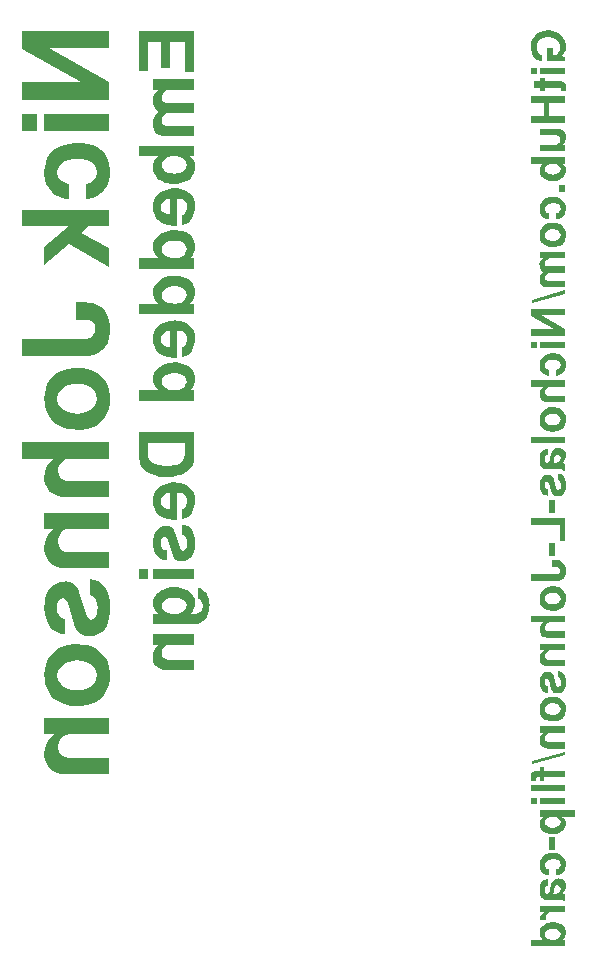
<source format=gbr>
G04 #@! TF.GenerationSoftware,KiCad,Pcbnew,8.0.7*
G04 #@! TF.CreationDate,2025-08-10T23:19:55-04:00*
G04 #@! TF.ProjectId,RP2350_60QFN_minimal,52503233-3530-45f3-9630-51464e5f6d69,REV3*
G04 #@! TF.SameCoordinates,Original*
G04 #@! TF.FileFunction,Legend,Bot*
G04 #@! TF.FilePolarity,Positive*
%FSLAX46Y46*%
G04 Gerber Fmt 4.6, Leading zero omitted, Abs format (unit mm)*
G04 Created by KiCad (PCBNEW 8.0.7) date 2025-08-10 23:19:55*
%MOMM*%
%LPD*%
G01*
G04 APERTURE LIST*
%ADD10C,0.900000*%
%ADD11C,0.620000*%
%ADD12C,1.400000*%
G04 APERTURE END LIST*
D10*
G36*
X16540425Y-4972009D02*
G01*
X16540425Y-7171294D01*
X15753475Y-7171294D01*
X15753475Y-4972009D01*
X14655481Y-4972009D01*
X14655481Y-7347149D01*
X13867431Y-7347149D01*
X13867431Y-4026789D01*
X18580341Y-4026789D01*
X18580341Y-7461454D01*
X17793391Y-7461454D01*
X17793391Y-4972009D01*
X16540425Y-4972009D01*
G37*
G36*
X15063244Y-8105523D02*
G01*
X18580341Y-8105523D01*
X18580341Y-8988094D01*
X16470083Y-8988094D01*
X16227179Y-9019815D01*
X16011760Y-9129644D01*
X15871264Y-9311240D01*
X15814656Y-9557596D01*
X15813925Y-9592595D01*
X15853569Y-9814341D01*
X16000255Y-9998423D01*
X16213849Y-10069678D01*
X16264553Y-10071800D01*
X18580341Y-10071800D01*
X18580341Y-10954371D01*
X16496461Y-10954371D01*
X16275525Y-10977758D01*
X16067296Y-11061461D01*
X15901480Y-11225773D01*
X15820633Y-11456596D01*
X15813925Y-11558872D01*
X15853569Y-11779927D01*
X16000255Y-11963659D01*
X16213849Y-12034857D01*
X16264553Y-12036978D01*
X18580341Y-12036978D01*
X18580341Y-12919549D01*
X16122770Y-12919549D01*
X15885383Y-12900888D01*
X15627205Y-12826640D01*
X15414308Y-12698513D01*
X15249309Y-12519399D01*
X15134823Y-12292191D01*
X15081362Y-12077741D01*
X15063244Y-11835844D01*
X15079567Y-11605434D01*
X15141657Y-11367682D01*
X15253063Y-11157068D01*
X15416892Y-10966966D01*
X15567728Y-10840066D01*
X15377320Y-10708328D01*
X15229256Y-10531969D01*
X15126436Y-10316854D01*
X15071758Y-10068853D01*
X15063244Y-9914630D01*
X15053111Y-9676028D01*
X15109214Y-9438069D01*
X15220627Y-9247689D01*
X15393101Y-9062240D01*
X15486395Y-8981500D01*
X15063244Y-8981500D01*
X15063244Y-8105523D01*
G37*
G36*
X18580341Y-14582477D02*
G01*
X18228632Y-14582477D01*
X18386480Y-14735466D01*
X18525026Y-14943187D01*
X18606147Y-15157119D01*
X18646580Y-15404263D01*
X18650683Y-15521102D01*
X18630716Y-15744345D01*
X18545129Y-16022346D01*
X18397820Y-16273352D01*
X18250553Y-16440914D01*
X18074655Y-16588422D01*
X17872732Y-16713790D01*
X17647393Y-16814930D01*
X17401247Y-16889756D01*
X17136901Y-16936182D01*
X16856964Y-16952121D01*
X16600641Y-16937841D01*
X16348578Y-16896305D01*
X16106426Y-16829470D01*
X15879836Y-16739292D01*
X15674460Y-16627726D01*
X15611692Y-16586123D01*
X15437005Y-16437009D01*
X15291328Y-16256582D01*
X15178397Y-16052015D01*
X15101953Y-15830480D01*
X15065733Y-15599149D01*
X15063244Y-15521102D01*
X15077679Y-15326563D01*
X15800736Y-15326563D01*
X15845227Y-15556343D01*
X15972123Y-15752433D01*
X16171556Y-15907575D01*
X16386042Y-16000342D01*
X16638337Y-16055431D01*
X16863558Y-16069549D01*
X17086367Y-16055701D01*
X17335870Y-16001467D01*
X17547904Y-15909705D01*
X17744990Y-15755331D01*
X17870350Y-15558791D01*
X17914291Y-15326563D01*
X17871357Y-15091784D01*
X17747482Y-14894548D01*
X17550056Y-14740638D01*
X17334681Y-14649646D01*
X17077637Y-14596102D01*
X16844874Y-14582477D01*
X16622348Y-14596327D01*
X16373834Y-14650583D01*
X16163210Y-14742413D01*
X15967950Y-14896963D01*
X15844068Y-15093824D01*
X15800736Y-15326563D01*
X15077679Y-15326563D01*
X15080089Y-15294083D01*
X15143154Y-15061544D01*
X15254351Y-14860917D01*
X15415131Y-14689163D01*
X15561133Y-14582477D01*
X13867431Y-14582477D01*
X13867431Y-13701004D01*
X18580341Y-13701004D01*
X18580341Y-14582477D01*
G37*
G36*
X17204883Y-17330233D02*
G01*
X17472081Y-17375752D01*
X17715493Y-17450301D01*
X17933804Y-17552805D01*
X18125701Y-17682188D01*
X18289867Y-17837374D01*
X18424988Y-18017287D01*
X18529749Y-18220852D01*
X18602835Y-18446992D01*
X18642930Y-18694631D01*
X18650683Y-18871137D01*
X18631016Y-19149471D01*
X18573506Y-19411049D01*
X18480397Y-19652611D01*
X18353928Y-19870899D01*
X18196342Y-20062654D01*
X18009878Y-20224618D01*
X17796778Y-20353532D01*
X17559284Y-20446137D01*
X17559284Y-19576755D01*
X17754790Y-19454616D01*
X17892264Y-19275341D01*
X17965837Y-19047000D01*
X17976939Y-18901912D01*
X17947087Y-18681279D01*
X17848871Y-18478059D01*
X17687878Y-18322690D01*
X17484116Y-18237312D01*
X17263299Y-18205792D01*
X17103161Y-18196294D01*
X17103161Y-20476912D01*
X16952585Y-20483506D01*
X16702387Y-20474336D01*
X16466099Y-20448060D01*
X16248565Y-20406535D01*
X16054626Y-20351615D01*
X15834368Y-20251658D01*
X15638671Y-20123828D01*
X15469018Y-19970238D01*
X15326889Y-19793001D01*
X15213766Y-19594228D01*
X15131131Y-19376033D01*
X15080463Y-19140526D01*
X15063244Y-18889822D01*
X15064162Y-18876632D01*
X15738087Y-18876632D01*
X15776814Y-19117499D01*
X15891384Y-19309346D01*
X16079380Y-19450170D01*
X16297130Y-19528750D01*
X16517344Y-19563565D01*
X16517344Y-18209483D01*
X16290895Y-18247850D01*
X16071082Y-18325910D01*
X15885349Y-18461348D01*
X15764981Y-18674980D01*
X15738087Y-18876632D01*
X15064162Y-18876632D01*
X15081658Y-18625192D01*
X15136013Y-18381641D01*
X15224985Y-18160248D01*
X15347248Y-17962095D01*
X15501476Y-17788264D01*
X15686343Y-17639835D01*
X15900523Y-17517891D01*
X16142691Y-17423512D01*
X16411520Y-17357779D01*
X16705685Y-17321775D01*
X16915216Y-17314822D01*
X17204883Y-17330233D01*
G37*
G36*
X17116515Y-20868247D02*
G01*
X17377166Y-20905335D01*
X17628601Y-20967969D01*
X17864908Y-21054150D01*
X18080177Y-21161877D01*
X18178073Y-21223196D01*
X18342121Y-21400523D01*
X18462505Y-21585672D01*
X18557929Y-21793714D01*
X18622439Y-22017348D01*
X18650079Y-22249270D01*
X18650683Y-22288217D01*
X18634542Y-22515079D01*
X18573478Y-22746308D01*
X18464567Y-22945794D01*
X18305325Y-23118023D01*
X18159389Y-23226842D01*
X18580341Y-23226842D01*
X18580341Y-24109413D01*
X13867431Y-24109413D01*
X13867431Y-23226842D01*
X15561133Y-23226842D01*
X15364050Y-23071334D01*
X15217585Y-22891775D01*
X15120287Y-22683678D01*
X15079200Y-22483855D01*
X15800736Y-22483855D01*
X15845618Y-22718533D01*
X15974790Y-22915522D01*
X16180033Y-23069128D01*
X16403253Y-23159884D01*
X16668841Y-23213264D01*
X16908621Y-23226842D01*
X17168265Y-23205329D01*
X17399019Y-23143290D01*
X17629077Y-23020625D01*
X17797929Y-22851476D01*
X17894881Y-22642320D01*
X17914291Y-22483855D01*
X17870350Y-22251117D01*
X17744990Y-22054256D01*
X17547904Y-21899705D01*
X17335870Y-21807876D01*
X17086367Y-21753620D01*
X16863558Y-21739769D01*
X16636759Y-21753620D01*
X16383646Y-21807876D01*
X16169274Y-21899705D01*
X15970674Y-22054256D01*
X15844756Y-22251117D01*
X15800736Y-22483855D01*
X15079200Y-22483855D01*
X15070708Y-22442555D01*
X15063244Y-22288217D01*
X15083454Y-22065255D01*
X15170200Y-21787547D01*
X15319760Y-21536755D01*
X15469528Y-21369308D01*
X15648695Y-21221882D01*
X15854720Y-21096570D01*
X16085059Y-20995464D01*
X16337169Y-20920654D01*
X16608508Y-20874235D01*
X16896531Y-20858297D01*
X17116515Y-20868247D01*
G37*
G36*
X17116515Y-24715072D02*
G01*
X17377166Y-24752160D01*
X17628601Y-24814794D01*
X17864908Y-24900975D01*
X18080177Y-25008702D01*
X18178073Y-25070020D01*
X18342121Y-25247348D01*
X18462505Y-25432496D01*
X18557929Y-25640539D01*
X18622439Y-25864173D01*
X18650079Y-26096095D01*
X18650683Y-26135041D01*
X18634542Y-26361904D01*
X18573478Y-26593133D01*
X18464567Y-26792619D01*
X18305325Y-26964848D01*
X18159389Y-27073667D01*
X18580341Y-27073667D01*
X18580341Y-27956238D01*
X13867431Y-27956238D01*
X13867431Y-27073667D01*
X15561133Y-27073667D01*
X15364050Y-26918159D01*
X15217585Y-26738600D01*
X15120287Y-26530503D01*
X15079200Y-26330680D01*
X15800736Y-26330680D01*
X15845618Y-26565357D01*
X15974790Y-26762346D01*
X16180033Y-26915952D01*
X16403253Y-27006709D01*
X16668841Y-27060089D01*
X16908621Y-27073667D01*
X17168265Y-27052154D01*
X17399019Y-26990114D01*
X17629077Y-26867449D01*
X17797929Y-26698300D01*
X17894881Y-26489145D01*
X17914291Y-26330680D01*
X17870350Y-26097942D01*
X17744990Y-25901081D01*
X17547904Y-25746530D01*
X17335870Y-25654701D01*
X17086367Y-25600444D01*
X16863558Y-25586594D01*
X16636759Y-25600444D01*
X16383646Y-25654701D01*
X16169274Y-25746530D01*
X15970674Y-25901081D01*
X15844756Y-26097942D01*
X15800736Y-26330680D01*
X15079200Y-26330680D01*
X15070708Y-26289380D01*
X15063244Y-26135041D01*
X15083454Y-25912080D01*
X15170200Y-25634372D01*
X15319760Y-25383580D01*
X15469528Y-25216133D01*
X15648695Y-25068707D01*
X15854720Y-24943395D01*
X16085059Y-24842288D01*
X16337169Y-24767479D01*
X16608508Y-24721060D01*
X16896531Y-24705122D01*
X17116515Y-24715072D01*
G37*
G36*
X17204883Y-28523395D02*
G01*
X17472081Y-28568913D01*
X17715493Y-28643462D01*
X17933804Y-28745966D01*
X18125701Y-28875349D01*
X18289867Y-29030535D01*
X18424988Y-29210449D01*
X18529749Y-29414013D01*
X18602835Y-29640153D01*
X18642930Y-29887792D01*
X18650683Y-30064298D01*
X18631016Y-30342633D01*
X18573506Y-30604210D01*
X18480397Y-30845772D01*
X18353928Y-31064060D01*
X18196342Y-31255816D01*
X18009878Y-31417779D01*
X17796778Y-31546693D01*
X17559284Y-31639298D01*
X17559284Y-30769916D01*
X17754790Y-30647777D01*
X17892264Y-30468502D01*
X17965837Y-30240161D01*
X17976939Y-30095073D01*
X17947087Y-29874440D01*
X17848871Y-29671220D01*
X17687878Y-29515851D01*
X17484116Y-29430473D01*
X17263299Y-29398953D01*
X17103161Y-29389455D01*
X17103161Y-31670073D01*
X16952585Y-31676667D01*
X16702387Y-31667497D01*
X16466099Y-31641222D01*
X16248565Y-31599696D01*
X16054626Y-31544776D01*
X15834368Y-31444819D01*
X15638671Y-31316989D01*
X15469018Y-31163400D01*
X15326889Y-30986162D01*
X15213766Y-30787390D01*
X15131131Y-30569194D01*
X15080463Y-30333688D01*
X15063244Y-30082983D01*
X15064162Y-30069794D01*
X15738087Y-30069794D01*
X15776814Y-30310660D01*
X15891384Y-30502507D01*
X16079380Y-30643331D01*
X16297130Y-30721911D01*
X16517344Y-30756727D01*
X16517344Y-29402644D01*
X16290895Y-29441011D01*
X16071082Y-29519071D01*
X15885349Y-29654509D01*
X15764981Y-29868141D01*
X15738087Y-30069794D01*
X15064162Y-30069794D01*
X15081658Y-29818354D01*
X15136013Y-29574802D01*
X15224985Y-29353409D01*
X15347248Y-29155256D01*
X15501476Y-28981425D01*
X15686343Y-28832996D01*
X15900523Y-28711052D01*
X16142691Y-28616673D01*
X16411520Y-28550940D01*
X16705685Y-28514936D01*
X16915216Y-28507983D01*
X17204883Y-28523395D01*
G37*
G36*
X17116515Y-32061408D02*
G01*
X17377166Y-32098496D01*
X17628601Y-32161131D01*
X17864908Y-32247311D01*
X18080177Y-32355038D01*
X18178073Y-32416357D01*
X18342121Y-32593685D01*
X18462505Y-32778833D01*
X18557929Y-32986875D01*
X18622439Y-33210509D01*
X18650079Y-33442431D01*
X18650683Y-33481378D01*
X18634542Y-33708240D01*
X18573478Y-33939469D01*
X18464567Y-34138955D01*
X18305325Y-34311184D01*
X18159389Y-34420003D01*
X18580341Y-34420003D01*
X18580341Y-35302575D01*
X13867431Y-35302575D01*
X13867431Y-34420003D01*
X15561133Y-34420003D01*
X15364050Y-34264496D01*
X15217585Y-34084937D01*
X15120287Y-33876839D01*
X15079200Y-33677016D01*
X15800736Y-33677016D01*
X15845618Y-33911694D01*
X15974790Y-34108683D01*
X16180033Y-34262289D01*
X16403253Y-34353046D01*
X16668841Y-34406425D01*
X16908621Y-34420003D01*
X17168265Y-34398490D01*
X17399019Y-34336451D01*
X17629077Y-34213786D01*
X17797929Y-34044637D01*
X17894881Y-33835481D01*
X17914291Y-33677016D01*
X17870350Y-33444278D01*
X17744990Y-33247417D01*
X17547904Y-33092867D01*
X17335870Y-33001037D01*
X17086367Y-32946781D01*
X16863558Y-32932930D01*
X16636759Y-32946781D01*
X16383646Y-33001037D01*
X16169274Y-33092867D01*
X15970674Y-33247417D01*
X15844756Y-33444278D01*
X15800736Y-33677016D01*
X15079200Y-33677016D01*
X15070708Y-33635717D01*
X15063244Y-33481378D01*
X15083454Y-33258416D01*
X15170200Y-32980708D01*
X15319760Y-32729917D01*
X15469528Y-32562469D01*
X15648695Y-32415044D01*
X15854720Y-32289731D01*
X16085059Y-32188625D01*
X16337169Y-32113816D01*
X16608508Y-32067396D01*
X16896531Y-32051458D01*
X17116515Y-32061408D01*
G37*
G36*
X18580341Y-39746207D02*
G01*
X18572579Y-39996493D01*
X18548949Y-40224123D01*
X18496311Y-40479175D01*
X18417068Y-40704307D01*
X18310214Y-40902561D01*
X18174742Y-41076983D01*
X18045083Y-41201406D01*
X17826320Y-41357688D01*
X17631089Y-41464869D01*
X17419181Y-41555812D01*
X17191795Y-41630168D01*
X16950128Y-41687591D01*
X16695378Y-41727732D01*
X16428743Y-41750243D01*
X16221688Y-41755348D01*
X15948727Y-41746287D01*
X15686224Y-41719336D01*
X15435365Y-41674842D01*
X15197334Y-41613153D01*
X14973316Y-41534618D01*
X14764497Y-41439582D01*
X14572062Y-41328396D01*
X14397194Y-41201406D01*
X14238464Y-41044267D01*
X14087446Y-40827824D01*
X13993003Y-40620123D01*
X13925769Y-40383844D01*
X13884486Y-40115491D01*
X13869300Y-39875366D01*
X13867431Y-39746207D01*
X14655481Y-39746207D01*
X14679786Y-39996089D01*
X14752854Y-40212445D01*
X14874917Y-40395339D01*
X15046209Y-40544835D01*
X15266959Y-40660998D01*
X15537400Y-40743891D01*
X15772980Y-40784267D01*
X16036740Y-40805993D01*
X16228283Y-40810129D01*
X16508916Y-40800821D01*
X16761672Y-40772882D01*
X16986610Y-40726283D01*
X17243361Y-40635078D01*
X17450906Y-40510589D01*
X17609389Y-40352749D01*
X17718950Y-40161496D01*
X17779731Y-39936764D01*
X17793391Y-39746207D01*
X17793391Y-38895509D01*
X14655481Y-38895509D01*
X14655481Y-39746207D01*
X13867431Y-39746207D01*
X13867431Y-37950289D01*
X18580341Y-37950289D01*
X18580341Y-39746207D01*
G37*
G36*
X17204883Y-42231280D02*
G01*
X17472081Y-42276799D01*
X17715493Y-42351348D01*
X17933804Y-42453852D01*
X18125701Y-42583235D01*
X18289867Y-42738421D01*
X18424988Y-42918334D01*
X18529749Y-43121899D01*
X18602835Y-43348038D01*
X18642930Y-43595678D01*
X18650683Y-43772184D01*
X18631016Y-44050518D01*
X18573506Y-44312096D01*
X18480397Y-44553658D01*
X18353928Y-44771946D01*
X18196342Y-44963701D01*
X18009878Y-45125665D01*
X17796778Y-45254579D01*
X17559284Y-45347184D01*
X17559284Y-44477801D01*
X17754790Y-44355662D01*
X17892264Y-44176388D01*
X17965837Y-43948046D01*
X17976939Y-43802958D01*
X17947087Y-43582325D01*
X17848871Y-43379106D01*
X17687878Y-43223736D01*
X17484116Y-43138359D01*
X17263299Y-43106839D01*
X17103161Y-43097341D01*
X17103161Y-45377958D01*
X16952585Y-45384553D01*
X16702387Y-45375382D01*
X16466099Y-45349107D01*
X16248565Y-45307582D01*
X16054626Y-45252662D01*
X15834368Y-45152704D01*
X15638671Y-45024875D01*
X15469018Y-44871285D01*
X15326889Y-44694048D01*
X15213766Y-44495275D01*
X15131131Y-44277079D01*
X15080463Y-44041573D01*
X15063244Y-43790868D01*
X15064162Y-43777679D01*
X15738087Y-43777679D01*
X15776814Y-44018546D01*
X15891384Y-44210393D01*
X16079380Y-44351217D01*
X16297130Y-44429797D01*
X16517344Y-44464612D01*
X16517344Y-43110530D01*
X16290895Y-43148897D01*
X16071082Y-43226957D01*
X15885349Y-43362395D01*
X15764981Y-43576027D01*
X15738087Y-43777679D01*
X15064162Y-43777679D01*
X15081658Y-43526239D01*
X15136013Y-43282687D01*
X15224985Y-43061294D01*
X15347248Y-42863142D01*
X15501476Y-42689310D01*
X15686343Y-42540882D01*
X15900523Y-42418937D01*
X16142691Y-42324558D01*
X16411520Y-42258826D01*
X16705685Y-42222822D01*
X16915216Y-42215868D01*
X17204883Y-42231280D01*
G37*
G36*
X16212896Y-48784047D02*
G01*
X15958383Y-48754423D01*
X15731871Y-48676061D01*
X15535189Y-48551125D01*
X15370166Y-48381779D01*
X15238631Y-48170186D01*
X15142413Y-47918511D01*
X15083342Y-47628918D01*
X15064515Y-47388140D01*
X15063244Y-47303569D01*
X15074577Y-47069717D01*
X15123896Y-46786557D01*
X15210436Y-46538363D01*
X15332147Y-46327570D01*
X15486983Y-46156611D01*
X15672894Y-46027921D01*
X15887835Y-45943934D01*
X16129755Y-45907085D01*
X16194211Y-45905523D01*
X16414062Y-45929310D01*
X16634861Y-46014488D01*
X16744856Y-46094567D01*
X16882145Y-46278455D01*
X16970841Y-46486031D01*
X17026224Y-46648510D01*
X17351556Y-47700341D01*
X17440117Y-47902396D01*
X17626329Y-47997096D01*
X17834942Y-47880801D01*
X17922889Y-47675141D01*
X17954987Y-47452672D01*
X17958255Y-47342037D01*
X17944740Y-47121931D01*
X17886685Y-46902232D01*
X17839553Y-46818869D01*
X17661154Y-46685542D01*
X17520816Y-46648510D01*
X17520816Y-45785722D01*
X17783630Y-45819605D01*
X18012196Y-45902020D01*
X18206270Y-46032554D01*
X18365606Y-46210796D01*
X18489960Y-46436333D01*
X18579088Y-46708754D01*
X18622669Y-46943588D01*
X18646193Y-47204389D01*
X18650683Y-47392595D01*
X18640120Y-47646025D01*
X18608373Y-47875982D01*
X18544443Y-48114828D01*
X18451423Y-48322236D01*
X18348433Y-48475202D01*
X18177867Y-48644874D01*
X17973917Y-48771682D01*
X17745649Y-48851092D01*
X17502131Y-48878569D01*
X17271987Y-48855334D01*
X17045039Y-48769217D01*
X16862446Y-48619091D01*
X16723796Y-48404472D01*
X16651434Y-48211420D01*
X16331598Y-47095840D01*
X16252154Y-46890411D01*
X16068914Y-46786995D01*
X15864360Y-46895114D01*
X15774092Y-47111699D01*
X15756772Y-47298073D01*
X15778311Y-47544404D01*
X15856096Y-47751551D01*
X16034140Y-47900585D01*
X16212896Y-47933349D01*
X16212896Y-48784047D01*
G37*
G36*
X15063244Y-50406308D02*
G01*
X15063244Y-49524836D01*
X18580341Y-49524836D01*
X18580341Y-50406308D01*
X15063244Y-50406308D01*
G37*
G36*
X13867431Y-50406308D02*
G01*
X13867431Y-49524836D01*
X14655481Y-49524836D01*
X14655481Y-50406308D01*
X13867431Y-50406308D01*
G37*
G36*
X17178480Y-51098811D02*
G01*
X17442695Y-51140923D01*
X17686109Y-51209324D01*
X17906756Y-51302552D01*
X18102669Y-51419144D01*
X18322010Y-51608421D01*
X18489220Y-51833172D01*
X18599635Y-52089933D01*
X18648593Y-52375240D01*
X18650683Y-52450621D01*
X18632228Y-52672407D01*
X18558513Y-52893557D01*
X18416522Y-53101067D01*
X18257598Y-53260827D01*
X18159389Y-53345282D01*
X18619909Y-53345282D01*
X18858914Y-53305477D01*
X19053326Y-53192827D01*
X19193897Y-53017480D01*
X19271375Y-52789581D01*
X19283761Y-52639665D01*
X19252829Y-52402779D01*
X19147721Y-52206897D01*
X18949585Y-52074905D01*
X18904574Y-52060443D01*
X18904574Y-51153691D01*
X19122031Y-51186434D01*
X19329126Y-51293510D01*
X19505673Y-51465276D01*
X19523363Y-51486716D01*
X19652012Y-51679311D01*
X19748325Y-51901104D01*
X19805510Y-52114820D01*
X19839598Y-52350647D01*
X19850893Y-52608890D01*
X19838585Y-52874789D01*
X19802279Y-53119112D01*
X19742897Y-53340859D01*
X19629423Y-53599677D01*
X19478758Y-53814214D01*
X19293091Y-53982099D01*
X19074613Y-54100963D01*
X18825513Y-54168436D01*
X18619909Y-54183890D01*
X15063244Y-54183890D01*
X15063244Y-53345282D01*
X15586413Y-53345282D01*
X15412018Y-53204234D01*
X15251617Y-53029456D01*
X15139230Y-52840054D01*
X15081196Y-52634169D01*
X15800736Y-52634169D01*
X15846952Y-52855286D01*
X15978035Y-53045917D01*
X16182641Y-53198062D01*
X16401124Y-53289680D01*
X16656218Y-53344389D01*
X16882243Y-53358471D01*
X17102671Y-53344904D01*
X17348556Y-53291636D01*
X17556707Y-53201217D01*
X17749453Y-53048493D01*
X17871604Y-52853110D01*
X17914291Y-52620980D01*
X17856524Y-52387015D01*
X17692610Y-52195247D01*
X17478303Y-52072045D01*
X17254443Y-52003224D01*
X16994901Y-51969063D01*
X16882243Y-51965921D01*
X16652747Y-51978361D01*
X16395854Y-52027091D01*
X16177620Y-52109566D01*
X15974847Y-52248368D01*
X15832302Y-52457917D01*
X15800736Y-52634169D01*
X15081196Y-52634169D01*
X15071795Y-52600816D01*
X15063244Y-52470404D01*
X15090790Y-52239818D01*
X15169856Y-52009747D01*
X15295084Y-51792659D01*
X15438314Y-51623158D01*
X15461116Y-51601022D01*
X15635849Y-51453427D01*
X15829866Y-51330233D01*
X16042489Y-51231693D01*
X16273039Y-51158057D01*
X16520835Y-51109578D01*
X16785200Y-51086506D01*
X16895432Y-51084448D01*
X17178480Y-51098811D01*
G37*
G36*
X15063244Y-55069759D02*
G01*
X18580341Y-55069759D01*
X18580341Y-55951231D01*
X16470083Y-55951231D01*
X16235103Y-55989749D01*
X16042990Y-56100333D01*
X15903477Y-56275528D01*
X15826296Y-56507879D01*
X15813925Y-56663443D01*
X15844250Y-56884425D01*
X15971507Y-57088792D01*
X16166785Y-57195129D01*
X16400156Y-57230021D01*
X16438210Y-57230575D01*
X18580341Y-57230575D01*
X18580341Y-58112048D01*
X16251364Y-58112048D01*
X15980682Y-58093052D01*
X15742999Y-58036743D01*
X15539268Y-57944138D01*
X15333800Y-57778890D01*
X15184732Y-57560508D01*
X15107337Y-57348881D01*
X15068183Y-57105537D01*
X15063244Y-56972288D01*
X15080987Y-56728620D01*
X15135636Y-56513207D01*
X15248880Y-56292616D01*
X15418639Y-56099459D01*
X15611692Y-55951231D01*
X15063244Y-55951231D01*
X15063244Y-55069759D01*
G37*
D11*
G36*
X48408108Y-6572700D02*
G01*
X48408108Y-5427885D01*
X48898450Y-5427885D01*
X48898450Y-6078939D01*
X49042889Y-6053503D01*
X49169295Y-6000099D01*
X49254752Y-5938060D01*
X49356250Y-5834740D01*
X49435898Y-5713676D01*
X49491678Y-5579505D01*
X49521570Y-5436867D01*
X49526252Y-5353342D01*
X49507448Y-5181067D01*
X49452885Y-5024300D01*
X49365335Y-4885340D01*
X49247571Y-4766488D01*
X49102367Y-4670043D01*
X48977124Y-4613799D01*
X48839175Y-4572423D01*
X48689690Y-4546886D01*
X48529839Y-4538157D01*
X48365107Y-4545942D01*
X48213699Y-4568983D01*
X48076243Y-4606815D01*
X47915759Y-4679460D01*
X47782687Y-4776463D01*
X47678519Y-4896720D01*
X47604745Y-5039124D01*
X47562855Y-5202570D01*
X47553258Y-5338297D01*
X47564094Y-5485064D01*
X47596343Y-5618944D01*
X47657741Y-5752799D01*
X47723545Y-5843684D01*
X47827738Y-5938254D01*
X47954497Y-6001184D01*
X48005987Y-6020125D01*
X48005987Y-6572700D01*
X47847009Y-6542303D01*
X47700247Y-6491379D01*
X47566448Y-6420895D01*
X47446358Y-6331817D01*
X47340726Y-6225113D01*
X47250298Y-6101750D01*
X47175821Y-5962694D01*
X47118044Y-5808913D01*
X47077712Y-5641374D01*
X47055573Y-5461043D01*
X47051290Y-5334194D01*
X47058318Y-5182958D01*
X47079074Y-5038314D01*
X47113073Y-4900699D01*
X47159824Y-4770548D01*
X47252798Y-4590276D01*
X47371723Y-4429257D01*
X47514953Y-4288966D01*
X47680841Y-4170877D01*
X47803208Y-4105213D01*
X47934425Y-4050508D01*
X48074006Y-4007200D01*
X48221461Y-3975725D01*
X48376304Y-3956520D01*
X48538046Y-3950021D01*
X48696550Y-3956553D01*
X48849053Y-3975801D01*
X48994973Y-4007241D01*
X49133726Y-4050348D01*
X49264730Y-4104599D01*
X49387400Y-4169470D01*
X49554507Y-4285543D01*
X49699585Y-4422563D01*
X49820667Y-4578762D01*
X49915786Y-4752372D01*
X49982973Y-4941625D01*
X50011275Y-5075611D01*
X50025705Y-5215240D01*
X50027536Y-5287006D01*
X50021031Y-5425405D01*
X49994014Y-5583365D01*
X49944988Y-5726470D01*
X49872859Y-5856709D01*
X49776531Y-5976069D01*
X49654908Y-6086538D01*
X49569337Y-6149379D01*
X49945471Y-6219818D01*
X49945471Y-6572700D01*
X48408108Y-6572700D01*
G37*
G36*
X47795352Y-7644340D02*
G01*
X47795352Y-7095869D01*
X49983768Y-7095869D01*
X49983768Y-7644340D01*
X47795352Y-7644340D01*
G37*
G36*
X47051290Y-7644340D02*
G01*
X47051290Y-7095869D01*
X47541632Y-7095869D01*
X47541632Y-7644340D01*
X47051290Y-7644340D01*
G37*
G36*
X47868527Y-9101689D02*
G01*
X47868527Y-8795994D01*
X47300223Y-8795994D01*
X47300223Y-8246839D01*
X47868527Y-8246839D01*
X47868527Y-7976706D01*
X48233035Y-7976706D01*
X48233035Y-8246839D01*
X49530355Y-8246839D01*
X49674119Y-8259793D01*
X49814127Y-8309719D01*
X49932888Y-8415780D01*
X49996687Y-8548045D01*
X50023205Y-8687674D01*
X50027536Y-8784368D01*
X50021230Y-8922744D01*
X49995335Y-9063931D01*
X49984452Y-9101689D01*
X49600795Y-9101689D01*
X49612421Y-8976538D01*
X49579205Y-8842611D01*
X49445656Y-8797777D01*
X49381953Y-8795994D01*
X48233035Y-8795994D01*
X48233035Y-9101689D01*
X47868527Y-9101689D01*
G37*
G36*
X48635840Y-11214194D02*
G01*
X49983768Y-11214194D01*
X49983768Y-11802331D01*
X47051290Y-11802331D01*
X47051290Y-11210090D01*
X48145498Y-11210090D01*
X48145498Y-10081005D01*
X47051290Y-10081005D01*
X47051290Y-9492868D01*
X49983768Y-9492868D01*
X49983768Y-10081005D01*
X48635840Y-10081005D01*
X48635840Y-11214194D01*
G37*
G36*
X49983768Y-14176078D02*
G01*
X47795352Y-14176078D01*
X47795352Y-13626922D01*
X49166531Y-13626922D01*
X49306133Y-13602956D01*
X49435740Y-13520928D01*
X49515478Y-13406553D01*
X49556818Y-13257278D01*
X49561130Y-13183768D01*
X49542827Y-13046352D01*
X49465216Y-12919448D01*
X49344746Y-12853518D01*
X49199272Y-12831913D01*
X49175422Y-12831570D01*
X47795352Y-12831570D01*
X47795352Y-12282414D01*
X49290997Y-12282414D01*
X49458715Y-12294263D01*
X49606020Y-12329378D01*
X49732312Y-12387108D01*
X49859712Y-12490086D01*
X49952165Y-12626120D01*
X50000177Y-12757894D01*
X50024471Y-12909364D01*
X50027536Y-12992282D01*
X50016559Y-13143581D01*
X49982709Y-13277416D01*
X49912466Y-13414551D01*
X49807022Y-13534696D01*
X49686964Y-13626922D01*
X49983768Y-13626922D01*
X49983768Y-14176078D01*
G37*
G36*
X49983768Y-15228569D02*
G01*
X49764926Y-15228569D01*
X49863143Y-15323762D01*
X49949349Y-15453011D01*
X49999824Y-15586124D01*
X50024983Y-15739903D01*
X50027536Y-15812603D01*
X50015112Y-15951509D01*
X49961858Y-16124488D01*
X49870199Y-16280669D01*
X49778566Y-16384930D01*
X49669118Y-16476713D01*
X49543477Y-16554719D01*
X49403267Y-16617651D01*
X49250109Y-16664210D01*
X49085627Y-16693097D01*
X48911444Y-16703014D01*
X48751954Y-16694129D01*
X48595115Y-16668285D01*
X48444442Y-16626699D01*
X48303453Y-16570587D01*
X48175664Y-16501169D01*
X48136608Y-16475282D01*
X48027914Y-16382500D01*
X47937270Y-16270235D01*
X47867003Y-16142948D01*
X47819437Y-16005104D01*
X47796900Y-15861165D01*
X47795352Y-15812603D01*
X47804333Y-15691556D01*
X48254235Y-15691556D01*
X48281919Y-15834530D01*
X48360877Y-15956542D01*
X48484968Y-16053075D01*
X48618426Y-16110797D01*
X48775409Y-16145074D01*
X48915547Y-16153859D01*
X49054184Y-16145242D01*
X49209430Y-16111497D01*
X49341363Y-16054400D01*
X49463994Y-15958345D01*
X49541996Y-15836054D01*
X49569337Y-15691556D01*
X49542622Y-15545471D01*
X49465544Y-15422747D01*
X49342701Y-15326981D01*
X49208690Y-15270363D01*
X49048752Y-15237047D01*
X48903921Y-15228569D01*
X48765461Y-15237187D01*
X48610830Y-15270947D01*
X48479775Y-15328085D01*
X48358280Y-15424250D01*
X48281198Y-15546741D01*
X48254235Y-15691556D01*
X47804333Y-15691556D01*
X47805833Y-15671346D01*
X47845073Y-15526655D01*
X47914263Y-15401821D01*
X48014304Y-15294952D01*
X48105150Y-15228569D01*
X47051290Y-15228569D01*
X47051290Y-14680097D01*
X49983768Y-14680097D01*
X49983768Y-15228569D01*
G37*
G36*
X49412044Y-17653608D02*
G01*
X49412044Y-17065471D01*
X49983768Y-17065471D01*
X49983768Y-17653608D01*
X49412044Y-17653608D01*
G37*
G36*
X48620111Y-19950077D02*
G01*
X48480774Y-19931234D01*
X48312715Y-19882255D01*
X48166036Y-19807195D01*
X48041963Y-19707346D01*
X47941723Y-19583997D01*
X47866541Y-19438439D01*
X47817643Y-19271962D01*
X47798957Y-19134151D01*
X47795352Y-19036413D01*
X47806220Y-18865104D01*
X47838444Y-18708477D01*
X47891452Y-18567006D01*
X47964672Y-18441165D01*
X48057534Y-18331426D01*
X48169466Y-18238263D01*
X48299897Y-18162149D01*
X48448254Y-18103558D01*
X48613968Y-18062963D01*
X48796466Y-18040837D01*
X48927173Y-18036580D01*
X49114395Y-18046124D01*
X49285972Y-18074416D01*
X49441301Y-18120945D01*
X49579775Y-18185200D01*
X49700790Y-18266671D01*
X49803740Y-18364848D01*
X49888020Y-18479220D01*
X49953025Y-18609276D01*
X49998150Y-18754507D01*
X50022790Y-18914400D01*
X50027536Y-19028890D01*
X50019278Y-19169069D01*
X49983365Y-19341810D01*
X49920410Y-19496775D01*
X49831959Y-19632233D01*
X49719561Y-19746454D01*
X49584760Y-19837706D01*
X49429104Y-19904258D01*
X49254141Y-19944379D01*
X49207564Y-19950077D01*
X49207564Y-19424857D01*
X49343474Y-19382240D01*
X49474142Y-19306876D01*
X49558704Y-19189493D01*
X49584755Y-19049150D01*
X49585066Y-19028890D01*
X49559690Y-18884636D01*
X49485637Y-18766356D01*
X49366018Y-18676081D01*
X49233771Y-18623706D01*
X49073840Y-18593362D01*
X48927173Y-18585736D01*
X48779669Y-18592874D01*
X48643192Y-18613604D01*
X48507308Y-18651895D01*
X48417683Y-18691737D01*
X48309599Y-18785552D01*
X48250057Y-18921777D01*
X48238506Y-19032310D01*
X48259279Y-19179141D01*
X48337520Y-19300302D01*
X48462654Y-19376602D01*
X48594708Y-19418830D01*
X48620111Y-19424857D01*
X48620111Y-19950077D01*
G37*
G36*
X49099054Y-20228482D02*
G01*
X49271695Y-20258991D01*
X49428604Y-20308988D01*
X49569023Y-20377777D01*
X49692189Y-20464660D01*
X49797342Y-20568943D01*
X49883722Y-20689927D01*
X49950568Y-20826918D01*
X49997118Y-20979217D01*
X50022613Y-21146129D01*
X50027536Y-21265178D01*
X50016514Y-21440480D01*
X49984007Y-21601976D01*
X49930853Y-21748916D01*
X49857891Y-21880549D01*
X49765960Y-21996125D01*
X49655897Y-22094893D01*
X49528541Y-22176102D01*
X49384732Y-22239001D01*
X49225306Y-22282841D01*
X49051104Y-22306871D01*
X48927173Y-22311514D01*
X48734751Y-22301383D01*
X48558360Y-22271361D01*
X48398634Y-22222007D01*
X48256203Y-22153878D01*
X48131700Y-22067533D01*
X48025759Y-21963528D01*
X47939009Y-21842423D01*
X47872085Y-21704774D01*
X47825619Y-21551139D01*
X47800241Y-21382078D01*
X47795518Y-21265178D01*
X48238506Y-21265178D01*
X48266027Y-21423115D01*
X48345292Y-21555240D01*
X48471349Y-21657955D01*
X48608570Y-21718489D01*
X48771985Y-21754020D01*
X48919651Y-21763042D01*
X49060947Y-21753711D01*
X49219054Y-21717206D01*
X49353319Y-21655525D01*
X49478028Y-21551934D01*
X49557297Y-21420322D01*
X49585066Y-21265178D01*
X49557594Y-21108510D01*
X49478677Y-20976618D01*
X49353562Y-20873505D01*
X49217795Y-20812449D01*
X49056627Y-20776476D01*
X48911444Y-20767313D01*
X48766487Y-20776476D01*
X48605523Y-20812449D01*
X48469888Y-20873505D01*
X48344859Y-20976618D01*
X48265973Y-21108510D01*
X48238506Y-21265178D01*
X47795518Y-21265178D01*
X47795352Y-21261074D01*
X47806485Y-21085857D01*
X47839336Y-20924591D01*
X47893085Y-20777995D01*
X47966908Y-20646785D01*
X48059985Y-20531677D01*
X48171495Y-20433388D01*
X48300615Y-20352635D01*
X48446523Y-20290136D01*
X48608399Y-20246606D01*
X48785421Y-20222762D01*
X48911444Y-20218157D01*
X49099054Y-20228482D01*
G37*
G36*
X47795352Y-22709532D02*
G01*
X49983768Y-22709532D01*
X49983768Y-23258688D01*
X48670718Y-23258688D01*
X48519578Y-23278425D01*
X48385540Y-23346763D01*
X48298120Y-23459756D01*
X48262897Y-23613045D01*
X48262442Y-23634822D01*
X48287110Y-23772797D01*
X48378381Y-23887336D01*
X48511283Y-23931673D01*
X48542833Y-23932993D01*
X49983768Y-23932993D01*
X49983768Y-24482149D01*
X48687131Y-24482149D01*
X48549660Y-24496701D01*
X48420095Y-24548783D01*
X48316921Y-24651021D01*
X48266616Y-24794644D01*
X48262442Y-24858283D01*
X48287110Y-24995828D01*
X48378381Y-25110150D01*
X48511283Y-25154451D01*
X48542833Y-25155771D01*
X49983768Y-25155771D01*
X49983768Y-25704926D01*
X48454612Y-25704926D01*
X48306905Y-25693315D01*
X48146261Y-25647116D01*
X48013791Y-25567393D01*
X47911125Y-25455944D01*
X47839890Y-25314570D01*
X47806625Y-25181135D01*
X47795352Y-25030621D01*
X47805508Y-24887254D01*
X47844142Y-24739320D01*
X47913461Y-24608272D01*
X48015399Y-24489986D01*
X48109253Y-24411026D01*
X47990777Y-24329056D01*
X47898648Y-24219321D01*
X47834671Y-24085472D01*
X47800649Y-23931160D01*
X47795352Y-23835199D01*
X47789047Y-23686736D01*
X47823955Y-23538672D01*
X47893279Y-23420213D01*
X48000596Y-23304823D01*
X48058646Y-23254585D01*
X47795352Y-23254585D01*
X47795352Y-22709532D01*
G37*
G36*
X47129937Y-26775199D02*
G01*
X49983768Y-25967536D01*
X49983768Y-26230146D01*
X47129937Y-27037809D01*
X47129937Y-26775199D01*
G37*
G36*
X49983768Y-29232379D02*
G01*
X49983768Y-29820516D01*
X47051290Y-29820516D01*
X47051290Y-29232379D01*
X49047536Y-29232379D01*
X47051290Y-28099190D01*
X47051290Y-27495324D01*
X49983768Y-27495324D01*
X49983768Y-28083461D01*
X47956064Y-28083461D01*
X49983768Y-29232379D01*
G37*
G36*
X47795352Y-30868904D02*
G01*
X47795352Y-30320432D01*
X49983768Y-30320432D01*
X49983768Y-30868904D01*
X47795352Y-30868904D01*
G37*
G36*
X47051290Y-30868904D02*
G01*
X47051290Y-30320432D01*
X47541632Y-30320432D01*
X47541632Y-30868904D01*
X47051290Y-30868904D01*
G37*
G36*
X48620111Y-33192728D02*
G01*
X48480774Y-33173885D01*
X48312715Y-33124906D01*
X48166036Y-33049847D01*
X48041963Y-32949998D01*
X47941723Y-32826649D01*
X47866541Y-32681091D01*
X47817643Y-32514613D01*
X47798957Y-32376803D01*
X47795352Y-32279065D01*
X47806220Y-32107755D01*
X47838444Y-31951129D01*
X47891452Y-31809658D01*
X47964672Y-31683817D01*
X48057534Y-31574078D01*
X48169466Y-31480915D01*
X48299897Y-31404801D01*
X48448254Y-31346210D01*
X48613968Y-31305614D01*
X48796466Y-31283488D01*
X48927173Y-31279232D01*
X49114395Y-31288776D01*
X49285972Y-31317068D01*
X49441301Y-31363597D01*
X49579775Y-31427852D01*
X49700790Y-31509323D01*
X49803740Y-31607500D01*
X49888020Y-31721872D01*
X49953025Y-31851928D01*
X49998150Y-31997158D01*
X50022790Y-32157052D01*
X50027536Y-32271542D01*
X50019278Y-32411721D01*
X49983365Y-32584462D01*
X49920410Y-32739427D01*
X49831959Y-32874885D01*
X49719561Y-32989106D01*
X49584760Y-33080357D01*
X49429104Y-33146910D01*
X49254141Y-33187031D01*
X49207564Y-33192728D01*
X49207564Y-32667508D01*
X49343474Y-32624891D01*
X49474142Y-32549528D01*
X49558704Y-32432144D01*
X49584755Y-32291802D01*
X49585066Y-32271542D01*
X49559690Y-32127288D01*
X49485637Y-32009008D01*
X49366018Y-31918733D01*
X49233771Y-31866358D01*
X49073840Y-31836013D01*
X48927173Y-31828388D01*
X48779669Y-31835526D01*
X48643192Y-31856256D01*
X48507308Y-31894547D01*
X48417683Y-31934389D01*
X48309599Y-32028204D01*
X48250057Y-32164429D01*
X48238506Y-32274961D01*
X48259279Y-32421793D01*
X48337520Y-32542953D01*
X48462654Y-32619254D01*
X48594708Y-32661482D01*
X48620111Y-32667508D01*
X48620111Y-33192728D01*
G37*
G36*
X47051290Y-33575701D02*
G01*
X49983768Y-33575701D01*
X49983768Y-34124173D01*
X48687131Y-34124173D01*
X48535622Y-34148392D01*
X48411301Y-34216612D01*
X48320739Y-34322175D01*
X48270508Y-34458423D01*
X48262442Y-34547495D01*
X48287632Y-34689488D01*
X48370790Y-34803485D01*
X48394431Y-34821730D01*
X48520776Y-34875624D01*
X48663196Y-34884647D01*
X49983768Y-34884647D01*
X49983768Y-35433803D01*
X48534626Y-35433803D01*
X48392121Y-35426342D01*
X48246401Y-35398606D01*
X48106050Y-35341443D01*
X47992587Y-35256686D01*
X47956748Y-35217697D01*
X47880915Y-35103651D01*
X47827864Y-34970708D01*
X47799602Y-34826263D01*
X47795352Y-34743768D01*
X47806685Y-34599152D01*
X47849394Y-34448756D01*
X47925249Y-34316129D01*
X48017756Y-34215030D01*
X48136608Y-34124173D01*
X47051290Y-34124173D01*
X47051290Y-33575701D01*
G37*
G36*
X49099054Y-35853772D02*
G01*
X49271695Y-35884281D01*
X49428604Y-35934278D01*
X49569023Y-36003066D01*
X49692189Y-36089950D01*
X49797342Y-36194232D01*
X49883722Y-36315217D01*
X49950568Y-36452207D01*
X49997118Y-36604506D01*
X50022613Y-36771418D01*
X50027536Y-36890467D01*
X50016514Y-37065769D01*
X49984007Y-37227266D01*
X49930853Y-37374206D01*
X49857891Y-37505839D01*
X49765960Y-37621415D01*
X49655897Y-37720182D01*
X49528541Y-37801391D01*
X49384732Y-37864291D01*
X49225306Y-37908131D01*
X49051104Y-37932160D01*
X48927173Y-37936804D01*
X48734751Y-37926673D01*
X48558360Y-37896651D01*
X48398634Y-37847297D01*
X48256203Y-37779168D01*
X48131700Y-37692822D01*
X48025759Y-37588818D01*
X47939009Y-37467712D01*
X47872085Y-37330063D01*
X47825619Y-37176429D01*
X47800241Y-37007367D01*
X47795518Y-36890467D01*
X48238506Y-36890467D01*
X48266027Y-37048405D01*
X48345292Y-37180530D01*
X48471349Y-37283245D01*
X48608570Y-37343779D01*
X48771985Y-37379309D01*
X48919651Y-37388332D01*
X49060947Y-37379001D01*
X49219054Y-37342496D01*
X49353319Y-37280815D01*
X49478028Y-37177224D01*
X49557297Y-37045612D01*
X49585066Y-36890467D01*
X49557594Y-36733799D01*
X49478677Y-36601907D01*
X49353562Y-36498794D01*
X49217795Y-36437739D01*
X49056627Y-36401766D01*
X48911444Y-36392603D01*
X48766487Y-36401766D01*
X48605523Y-36437739D01*
X48469888Y-36498794D01*
X48344859Y-36601907D01*
X48265973Y-36733799D01*
X48238506Y-36890467D01*
X47795518Y-36890467D01*
X47795352Y-36886364D01*
X47806485Y-36711146D01*
X47839336Y-36549881D01*
X47893085Y-36403285D01*
X47966908Y-36272074D01*
X48059985Y-36156966D01*
X48171495Y-36058678D01*
X48300615Y-35977925D01*
X48446523Y-35915425D01*
X48608399Y-35871895D01*
X48785421Y-35848052D01*
X48911444Y-35843447D01*
X49099054Y-35853772D01*
G37*
G36*
X47051290Y-38911333D02*
G01*
X47051290Y-38362861D01*
X49983768Y-38362861D01*
X49983768Y-38911333D01*
X47051290Y-38911333D01*
G37*
G36*
X49562247Y-39316625D02*
G01*
X49709023Y-39369405D01*
X49831620Y-39453949D01*
X49927062Y-39567453D01*
X49992375Y-39707116D01*
X50024587Y-39870136D01*
X50027536Y-39941256D01*
X50013411Y-40092375D01*
X49970693Y-40237249D01*
X49898867Y-40376305D01*
X49813742Y-40491192D01*
X49725945Y-40584103D01*
X49867724Y-40591739D01*
X49983768Y-40647020D01*
X49983768Y-41242679D01*
X49870928Y-41242679D01*
X49762533Y-41152868D01*
X49622233Y-41117623D01*
X49612421Y-41117529D01*
X48445038Y-41117529D01*
X48293815Y-41103776D01*
X48162339Y-41062637D01*
X48025959Y-40972986D01*
X47920884Y-40841194D01*
X47859532Y-40705661D01*
X47818505Y-40543573D01*
X47801149Y-40404691D01*
X47795352Y-40251053D01*
X47801772Y-40097286D01*
X47821034Y-39957925D01*
X47866699Y-39794430D01*
X47935209Y-39656324D01*
X48026572Y-39543478D01*
X48140795Y-39455765D01*
X48277886Y-39393057D01*
X48437854Y-39355224D01*
X48526420Y-39345596D01*
X48526420Y-39874920D01*
X48389686Y-39909060D01*
X48285368Y-40001617D01*
X48243957Y-40148782D01*
X48238506Y-40262679D01*
X48251692Y-40401806D01*
X48312718Y-40528201D01*
X48448457Y-40580684D01*
X48938115Y-40580684D01*
X49087201Y-40580684D01*
X49225760Y-40569301D01*
X49364174Y-40526397D01*
X49485059Y-40437830D01*
X49559606Y-40309956D01*
X49584538Y-40170791D01*
X49585066Y-40145052D01*
X49562594Y-40007507D01*
X49479512Y-39893185D01*
X49344489Y-39847896D01*
X49329979Y-39847564D01*
X49188524Y-39880333D01*
X49094979Y-39987527D01*
X49049235Y-40119847D01*
X49040013Y-40160781D01*
X49004452Y-40348848D01*
X48976271Y-40483031D01*
X48938115Y-40580684D01*
X48448457Y-40580684D01*
X48577202Y-40530141D01*
X48611905Y-40486308D01*
X48659349Y-40349579D01*
X48682921Y-40210260D01*
X48693970Y-40140949D01*
X48732951Y-39921423D01*
X48765911Y-39774292D01*
X48826477Y-39618570D01*
X48908968Y-39493925D01*
X49013825Y-39400091D01*
X49141484Y-39336802D01*
X49292385Y-39303792D01*
X49394263Y-39298409D01*
X49562247Y-39316625D01*
G37*
G36*
X48510690Y-43340139D02*
G01*
X48352327Y-43321707D01*
X48211386Y-43272948D01*
X48089006Y-43195210D01*
X47986325Y-43089839D01*
X47904482Y-42958182D01*
X47844613Y-42801584D01*
X47807857Y-42621392D01*
X47796142Y-42471575D01*
X47795352Y-42418953D01*
X47802403Y-42273445D01*
X47833091Y-42097257D01*
X47886937Y-41942825D01*
X47962669Y-41811665D01*
X48059011Y-41705290D01*
X48174690Y-41625216D01*
X48308430Y-41572958D01*
X48458959Y-41550029D01*
X48499064Y-41549058D01*
X48635860Y-41563859D01*
X48773247Y-41616858D01*
X48841688Y-41666685D01*
X48927112Y-41781105D01*
X48982301Y-41910263D01*
X49016762Y-42011361D01*
X49219190Y-42665834D01*
X49274295Y-42791556D01*
X49390160Y-42850481D01*
X49519963Y-42778119D01*
X49574686Y-42650153D01*
X49594659Y-42511728D01*
X49596692Y-42442889D01*
X49588282Y-42305934D01*
X49552160Y-42169232D01*
X49522833Y-42117362D01*
X49411829Y-42034403D01*
X49324508Y-42011361D01*
X49324508Y-41474515D01*
X49488036Y-41495597D01*
X49630255Y-41546878D01*
X49751012Y-41628099D01*
X49850155Y-41739005D01*
X49927531Y-41879340D01*
X49982988Y-42048846D01*
X50010105Y-42194965D01*
X50024742Y-42357241D01*
X50027536Y-42474347D01*
X50020963Y-42632037D01*
X50001209Y-42775121D01*
X49961431Y-42923736D01*
X49903552Y-43052790D01*
X49839469Y-43147969D01*
X49733340Y-43253543D01*
X49606437Y-43332446D01*
X49464404Y-43381856D01*
X49312882Y-43398953D01*
X49169681Y-43384496D01*
X49028468Y-43330912D01*
X48914855Y-43237500D01*
X48828584Y-43103959D01*
X48783558Y-42983838D01*
X48584549Y-42289700D01*
X48535118Y-42161877D01*
X48421102Y-42097529D01*
X48293824Y-42164803D01*
X48237657Y-42299568D01*
X48226880Y-42415534D01*
X48240282Y-42568806D01*
X48288682Y-42697698D01*
X48399465Y-42790429D01*
X48510690Y-42810816D01*
X48510690Y-43340139D01*
G37*
G36*
X48583182Y-44766713D02*
G01*
X48583182Y-43700544D01*
X49112505Y-43700544D01*
X49112505Y-44766713D01*
X48583182Y-44766713D01*
G37*
G36*
X47051290Y-45804843D02*
G01*
X47051290Y-45216706D01*
X49983768Y-45216706D01*
X49983768Y-47173287D01*
X49494110Y-47173287D01*
X49494110Y-45804843D01*
X47051290Y-45804843D01*
G37*
G36*
X48583182Y-48413161D02*
G01*
X48583182Y-47346992D01*
X49112505Y-47346992D01*
X49112505Y-48413161D01*
X48583182Y-48413161D01*
G37*
G36*
X47051290Y-50006601D02*
G01*
X49189099Y-50006601D01*
X49333815Y-49985572D01*
X49459584Y-49902575D01*
X49517612Y-49777471D01*
X49526252Y-49688597D01*
X49504689Y-49544961D01*
X49412894Y-49428332D01*
X49282742Y-49381456D01*
X49149434Y-49371277D01*
X48871779Y-49371277D01*
X48871779Y-48783140D01*
X49156957Y-48783140D01*
X49314917Y-48790754D01*
X49451816Y-48814335D01*
X49589531Y-48863507D01*
X49708789Y-48937683D01*
X49800488Y-49022498D01*
X49888044Y-49138469D01*
X49954750Y-49269890D01*
X50000177Y-49416503D01*
X50021852Y-49554069D01*
X50027536Y-49676971D01*
X50019639Y-49834545D01*
X49996165Y-49978478D01*
X49941204Y-50148468D01*
X49859912Y-50292523D01*
X49753067Y-50409683D01*
X49621446Y-50498986D01*
X49465826Y-50559469D01*
X49286985Y-50590171D01*
X49189099Y-50594054D01*
X47051290Y-50594054D01*
X47051290Y-50006601D01*
G37*
G36*
X49099054Y-51014023D02*
G01*
X49271695Y-51044532D01*
X49428604Y-51094529D01*
X49569023Y-51163317D01*
X49692189Y-51250201D01*
X49797342Y-51354484D01*
X49883722Y-51475468D01*
X49950568Y-51612458D01*
X49997118Y-51764758D01*
X50022613Y-51931670D01*
X50027536Y-52050719D01*
X50016514Y-52226021D01*
X49984007Y-52387517D01*
X49930853Y-52534457D01*
X49857891Y-52666090D01*
X49765960Y-52781666D01*
X49655897Y-52880434D01*
X49528541Y-52961643D01*
X49384732Y-53024542D01*
X49225306Y-53068382D01*
X49051104Y-53092412D01*
X48927173Y-53097055D01*
X48734751Y-53086924D01*
X48558360Y-53056902D01*
X48398634Y-53007548D01*
X48256203Y-52939419D01*
X48131700Y-52853074D01*
X48025759Y-52749069D01*
X47939009Y-52627963D01*
X47872085Y-52490314D01*
X47825619Y-52336680D01*
X47800241Y-52167618D01*
X47795518Y-52050719D01*
X48238506Y-52050719D01*
X48266027Y-52208656D01*
X48345292Y-52340781D01*
X48471349Y-52443496D01*
X48608570Y-52504030D01*
X48771985Y-52539560D01*
X48919651Y-52548583D01*
X49060947Y-52539252D01*
X49219054Y-52502747D01*
X49353319Y-52441066D01*
X49478028Y-52337475D01*
X49557297Y-52205863D01*
X49585066Y-52050719D01*
X49557594Y-51894051D01*
X49478677Y-51762159D01*
X49353562Y-51659046D01*
X49217795Y-51597990D01*
X49056627Y-51562017D01*
X48911444Y-51552854D01*
X48766487Y-51562017D01*
X48605523Y-51597990D01*
X48469888Y-51659046D01*
X48344859Y-51762159D01*
X48265973Y-51894051D01*
X48238506Y-52050719D01*
X47795518Y-52050719D01*
X47795352Y-52046615D01*
X47806485Y-51871398D01*
X47839336Y-51710132D01*
X47893085Y-51563536D01*
X47966908Y-51432325D01*
X48059985Y-51317217D01*
X48171495Y-51218929D01*
X48300615Y-51138176D01*
X48446523Y-51075677D01*
X48608399Y-51032147D01*
X48785421Y-51008303D01*
X48911444Y-51003698D01*
X49099054Y-51014023D01*
G37*
G36*
X47051290Y-53523112D02*
G01*
X49983768Y-53523112D01*
X49983768Y-54071584D01*
X48687131Y-54071584D01*
X48535622Y-54095803D01*
X48411301Y-54164023D01*
X48320739Y-54269586D01*
X48270508Y-54405834D01*
X48262442Y-54494906D01*
X48287632Y-54636899D01*
X48370790Y-54750896D01*
X48394431Y-54769141D01*
X48520776Y-54823035D01*
X48663196Y-54832058D01*
X49983768Y-54832058D01*
X49983768Y-55381214D01*
X48534626Y-55381214D01*
X48392121Y-55373753D01*
X48246401Y-55346017D01*
X48106050Y-55288854D01*
X47992587Y-55204097D01*
X47956748Y-55165108D01*
X47880915Y-55051062D01*
X47827864Y-54918119D01*
X47799602Y-54773675D01*
X47795352Y-54691179D01*
X47806685Y-54546563D01*
X47849394Y-54396167D01*
X47925249Y-54263540D01*
X48017756Y-54162441D01*
X48136608Y-54071584D01*
X47051290Y-54071584D01*
X47051290Y-53523112D01*
G37*
G36*
X47795352Y-55900963D02*
G01*
X49983768Y-55900963D01*
X49983768Y-56449435D01*
X48670718Y-56449435D01*
X48524508Y-56473401D01*
X48404971Y-56542209D01*
X48318163Y-56651219D01*
X48270140Y-56795793D01*
X48262442Y-56892589D01*
X48281311Y-57030089D01*
X48360493Y-57157250D01*
X48481999Y-57223416D01*
X48627208Y-57245126D01*
X48650886Y-57245471D01*
X49983768Y-57245471D01*
X49983768Y-57793943D01*
X48534626Y-57793943D01*
X48366202Y-57782123D01*
X48218310Y-57747086D01*
X48091544Y-57689465D01*
X47963697Y-57586645D01*
X47870944Y-57450763D01*
X47822788Y-57319083D01*
X47798425Y-57167669D01*
X47795352Y-57084759D01*
X47806392Y-56933143D01*
X47840396Y-56799108D01*
X47910859Y-56661852D01*
X48016486Y-56541665D01*
X48136608Y-56449435D01*
X47795352Y-56449435D01*
X47795352Y-55900963D01*
G37*
G36*
X48510690Y-60026811D02*
G01*
X48352327Y-60008378D01*
X48211386Y-59959619D01*
X48089006Y-59881882D01*
X47986325Y-59776511D01*
X47904482Y-59644853D01*
X47844613Y-59488255D01*
X47807857Y-59308063D01*
X47796142Y-59158246D01*
X47795352Y-59105624D01*
X47802403Y-58960116D01*
X47833091Y-58783928D01*
X47886937Y-58629496D01*
X47962669Y-58498336D01*
X48059011Y-58391961D01*
X48174690Y-58311888D01*
X48308430Y-58259629D01*
X48458959Y-58236701D01*
X48499064Y-58235729D01*
X48635860Y-58250530D01*
X48773247Y-58303529D01*
X48841688Y-58353356D01*
X48927112Y-58467776D01*
X48982301Y-58596934D01*
X49016762Y-58698032D01*
X49219190Y-59352505D01*
X49274295Y-59478228D01*
X49390160Y-59537153D01*
X49519963Y-59464791D01*
X49574686Y-59336825D01*
X49594659Y-59198400D01*
X49596692Y-59129560D01*
X49588282Y-58992605D01*
X49552160Y-58855903D01*
X49522833Y-58804033D01*
X49411829Y-58721074D01*
X49324508Y-58698032D01*
X49324508Y-58161186D01*
X49488036Y-58182269D01*
X49630255Y-58233549D01*
X49751012Y-58314771D01*
X49850155Y-58425677D01*
X49927531Y-58566011D01*
X49982988Y-58735517D01*
X50010105Y-58881636D01*
X50024742Y-59043912D01*
X50027536Y-59161019D01*
X50020963Y-59318708D01*
X50001209Y-59461792D01*
X49961431Y-59610407D01*
X49903552Y-59739462D01*
X49839469Y-59834640D01*
X49733340Y-59940214D01*
X49606437Y-60019117D01*
X49464404Y-60068527D01*
X49312882Y-60085624D01*
X49169681Y-60071167D01*
X49028468Y-60017583D01*
X48914855Y-59924171D01*
X48828584Y-59790631D01*
X48783558Y-59670509D01*
X48584549Y-58976371D01*
X48535118Y-58848548D01*
X48421102Y-58784201D01*
X48293824Y-58851475D01*
X48237657Y-58986239D01*
X48226880Y-59102205D01*
X48240282Y-59255477D01*
X48288682Y-59384369D01*
X48399465Y-59477101D01*
X48510690Y-59497488D01*
X48510690Y-60026811D01*
G37*
G36*
X49099054Y-60372236D02*
G01*
X49271695Y-60402745D01*
X49428604Y-60452742D01*
X49569023Y-60521531D01*
X49692189Y-60608415D01*
X49797342Y-60712697D01*
X49883722Y-60833682D01*
X49950568Y-60970672D01*
X49997118Y-61122971D01*
X50022613Y-61289883D01*
X50027536Y-61408932D01*
X50016514Y-61584234D01*
X49984007Y-61745731D01*
X49930853Y-61892671D01*
X49857891Y-62024304D01*
X49765960Y-62139880D01*
X49655897Y-62238647D01*
X49528541Y-62319856D01*
X49384732Y-62382756D01*
X49225306Y-62426596D01*
X49051104Y-62450625D01*
X48927173Y-62455268D01*
X48734751Y-62445137D01*
X48558360Y-62415116D01*
X48398634Y-62365762D01*
X48256203Y-62297633D01*
X48131700Y-62211287D01*
X48025759Y-62107283D01*
X47939009Y-61986177D01*
X47872085Y-61848528D01*
X47825619Y-61694894D01*
X47800241Y-61525832D01*
X47795518Y-61408932D01*
X48238506Y-61408932D01*
X48266027Y-61566870D01*
X48345292Y-61698995D01*
X48471349Y-61801709D01*
X48608570Y-61862244D01*
X48771985Y-61897774D01*
X48919651Y-61906797D01*
X49060947Y-61897465D01*
X49219054Y-61860960D01*
X49353319Y-61799280D01*
X49478028Y-61695689D01*
X49557297Y-61564076D01*
X49585066Y-61408932D01*
X49557594Y-61252264D01*
X49478677Y-61120372D01*
X49353562Y-61017259D01*
X49217795Y-60956204D01*
X49056627Y-60920230D01*
X48911444Y-60911067D01*
X48766487Y-60920230D01*
X48605523Y-60956204D01*
X48469888Y-61017259D01*
X48344859Y-61120372D01*
X48265973Y-61252264D01*
X48238506Y-61408932D01*
X47795518Y-61408932D01*
X47795352Y-61404829D01*
X47806485Y-61229611D01*
X47839336Y-61068346D01*
X47893085Y-60921749D01*
X47966908Y-60790539D01*
X48059985Y-60675431D01*
X48171495Y-60577142D01*
X48300615Y-60496390D01*
X48446523Y-60433890D01*
X48608399Y-60390360D01*
X48785421Y-60366517D01*
X48911444Y-60361912D01*
X49099054Y-60372236D01*
G37*
G36*
X47795352Y-62865596D02*
G01*
X49983768Y-62865596D01*
X49983768Y-63414068D01*
X48670718Y-63414068D01*
X48524508Y-63438035D01*
X48404971Y-63506843D01*
X48318163Y-63615853D01*
X48270140Y-63760427D01*
X48262442Y-63857222D01*
X48281311Y-63994722D01*
X48360493Y-64121884D01*
X48481999Y-64188049D01*
X48627208Y-64209760D01*
X48650886Y-64210104D01*
X49983768Y-64210104D01*
X49983768Y-64758576D01*
X48534626Y-64758576D01*
X48366202Y-64746757D01*
X48218310Y-64711720D01*
X48091544Y-64654099D01*
X47963697Y-64551278D01*
X47870944Y-64415396D01*
X47822788Y-64283717D01*
X47798425Y-64132303D01*
X47795352Y-64049393D01*
X47806392Y-63897777D01*
X47840396Y-63763742D01*
X47910859Y-63626485D01*
X48016486Y-63506299D01*
X48136608Y-63414068D01*
X47795352Y-63414068D01*
X47795352Y-62865596D01*
G37*
G36*
X47129937Y-65827481D02*
G01*
X49983768Y-65019818D01*
X49983768Y-65282428D01*
X47129937Y-66090090D01*
X47129937Y-65827481D01*
G37*
G36*
X47839120Y-67492044D02*
G01*
X47839120Y-67166518D01*
X47629853Y-67166518D01*
X47495073Y-67212648D01*
X47462986Y-67315603D01*
X47473096Y-67456913D01*
X47475296Y-67472212D01*
X47063600Y-67472212D01*
X47055630Y-67332673D01*
X47051483Y-67190733D01*
X47051290Y-67158311D01*
X47064007Y-67001178D01*
X47113098Y-66848608D01*
X47199528Y-66734866D01*
X47323757Y-66659491D01*
X47456488Y-66625655D01*
X47581981Y-66617362D01*
X47839120Y-66617362D01*
X47839120Y-66319874D01*
X48204312Y-66319874D01*
X48204312Y-66617362D01*
X49983768Y-66617362D01*
X49983768Y-67166518D01*
X48204312Y-67166518D01*
X48204312Y-67492044D01*
X47839120Y-67492044D01*
G37*
G36*
X47051290Y-68381772D02*
G01*
X47051290Y-67832617D01*
X49983768Y-67832617D01*
X49983768Y-68381772D01*
X47051290Y-68381772D01*
G37*
G36*
X47795352Y-69469825D02*
G01*
X47795352Y-68921354D01*
X49983768Y-68921354D01*
X49983768Y-69469825D01*
X47795352Y-69469825D01*
G37*
G36*
X47051290Y-69469825D02*
G01*
X47051290Y-68921354D01*
X47541632Y-68921354D01*
X47541632Y-69469825D01*
X47051290Y-69469825D01*
G37*
G36*
X50788695Y-70523684D02*
G01*
X49682861Y-70523684D01*
X49802028Y-70604367D01*
X49908375Y-70714566D01*
X49980509Y-70843338D01*
X50019459Y-70992015D01*
X50027536Y-71111137D01*
X50015183Y-71250890D01*
X49962105Y-71424163D01*
X49870467Y-71579905D01*
X49778583Y-71683500D01*
X49668527Y-71774441D01*
X49541808Y-71851531D01*
X49399932Y-71913573D01*
X49244409Y-71959371D01*
X49076746Y-71987728D01*
X48898450Y-71997446D01*
X48757471Y-71991252D01*
X48618839Y-71973140D01*
X48484903Y-71943815D01*
X48333685Y-71894814D01*
X48196667Y-71831897D01*
X48096259Y-71769714D01*
X47992251Y-71661140D01*
X47915635Y-71546412D01*
X47854730Y-71417083D01*
X47813458Y-71278265D01*
X47795740Y-71135070D01*
X47795352Y-71111137D01*
X47806035Y-70985987D01*
X48254235Y-70985987D01*
X48281256Y-71132009D01*
X48359037Y-71254580D01*
X48482656Y-71350157D01*
X48617134Y-71406628D01*
X48777176Y-71439842D01*
X48921702Y-71448290D01*
X49059682Y-71439673D01*
X49213802Y-71405928D01*
X49344446Y-71348831D01*
X49465580Y-71252777D01*
X49542446Y-71130485D01*
X49569337Y-70985987D01*
X49542392Y-70839966D01*
X49465148Y-70717395D01*
X49342985Y-70621818D01*
X49210755Y-70565347D01*
X49054184Y-70532133D01*
X48913496Y-70523684D01*
X48771679Y-70532133D01*
X48614087Y-70565347D01*
X48481195Y-70621818D01*
X48358605Y-70717395D01*
X48281202Y-70839966D01*
X48254235Y-70985987D01*
X47806035Y-70985987D01*
X47807442Y-70969506D01*
X47852357Y-70823754D01*
X47930859Y-70697717D01*
X48043379Y-70590063D01*
X48144815Y-70523684D01*
X47795352Y-70523684D01*
X47795352Y-69974529D01*
X50788695Y-69974529D01*
X50788695Y-70523684D01*
G37*
G36*
X48583182Y-73309127D02*
G01*
X48583182Y-72242959D01*
X49112505Y-72242959D01*
X49112505Y-73309127D01*
X48583182Y-73309127D01*
G37*
G36*
X48620111Y-75492072D02*
G01*
X48480774Y-75473229D01*
X48312715Y-75424250D01*
X48166036Y-75349191D01*
X48041963Y-75249342D01*
X47941723Y-75125993D01*
X47866541Y-74980435D01*
X47817643Y-74813957D01*
X47798957Y-74676147D01*
X47795352Y-74578409D01*
X47806220Y-74407100D01*
X47838444Y-74250473D01*
X47891452Y-74109002D01*
X47964672Y-73983161D01*
X48057534Y-73873422D01*
X48169466Y-73780259D01*
X48299897Y-73704145D01*
X48448254Y-73645554D01*
X48613968Y-73604958D01*
X48796466Y-73582832D01*
X48927173Y-73578576D01*
X49114395Y-73588120D01*
X49285972Y-73616412D01*
X49441301Y-73662941D01*
X49579775Y-73727196D01*
X49700790Y-73808667D01*
X49803740Y-73906844D01*
X49888020Y-74021216D01*
X49953025Y-74151272D01*
X49998150Y-74296502D01*
X50022790Y-74456396D01*
X50027536Y-74570886D01*
X50019278Y-74711065D01*
X49983365Y-74883806D01*
X49920410Y-75038771D01*
X49831959Y-75174229D01*
X49719561Y-75288450D01*
X49584760Y-75379701D01*
X49429104Y-75446254D01*
X49254141Y-75486375D01*
X49207564Y-75492072D01*
X49207564Y-74966853D01*
X49343474Y-74924235D01*
X49474142Y-74848872D01*
X49558704Y-74731489D01*
X49584755Y-74591146D01*
X49585066Y-74570886D01*
X49559690Y-74426632D01*
X49485637Y-74308352D01*
X49366018Y-74218077D01*
X49233771Y-74165702D01*
X49073840Y-74135357D01*
X48927173Y-74127732D01*
X48779669Y-74134870D01*
X48643192Y-74155600D01*
X48507308Y-74193891D01*
X48417683Y-74233733D01*
X48309599Y-74327548D01*
X48250057Y-74463773D01*
X48238506Y-74574305D01*
X48259279Y-74721137D01*
X48337520Y-74842297D01*
X48462654Y-74918598D01*
X48594708Y-74960826D01*
X48620111Y-74966853D01*
X48620111Y-75492072D01*
G37*
G36*
X49562247Y-75772898D02*
G01*
X49709023Y-75825679D01*
X49831620Y-75910222D01*
X49927062Y-76023726D01*
X49992375Y-76163389D01*
X50024587Y-76326409D01*
X50027536Y-76397529D01*
X50013411Y-76548649D01*
X49970693Y-76693522D01*
X49898867Y-76832579D01*
X49813742Y-76947466D01*
X49725945Y-77040377D01*
X49867724Y-77048013D01*
X49983768Y-77103294D01*
X49983768Y-77698953D01*
X49870928Y-77698953D01*
X49762533Y-77609141D01*
X49622233Y-77573896D01*
X49612421Y-77573803D01*
X48445038Y-77573803D01*
X48293815Y-77560049D01*
X48162339Y-77518911D01*
X48025959Y-77429259D01*
X47920884Y-77297467D01*
X47859532Y-77161934D01*
X47818505Y-76999847D01*
X47801149Y-76860965D01*
X47795352Y-76707327D01*
X47801772Y-76553559D01*
X47821034Y-76414199D01*
X47866699Y-76250704D01*
X47935209Y-76112597D01*
X48026572Y-75999752D01*
X48140795Y-75912039D01*
X48277886Y-75849330D01*
X48437854Y-75811498D01*
X48526420Y-75801870D01*
X48526420Y-76331193D01*
X48389686Y-76365334D01*
X48285368Y-76457890D01*
X48243957Y-76605056D01*
X48238506Y-76718953D01*
X48251692Y-76858080D01*
X48312718Y-76984474D01*
X48448457Y-77036957D01*
X48938115Y-77036957D01*
X49087201Y-77036957D01*
X49225760Y-77025575D01*
X49364174Y-76982671D01*
X49485059Y-76894103D01*
X49559606Y-76766229D01*
X49584538Y-76627064D01*
X49585066Y-76601326D01*
X49562594Y-76463780D01*
X49479512Y-76349459D01*
X49344489Y-76304169D01*
X49329979Y-76303838D01*
X49188524Y-76336606D01*
X49094979Y-76443801D01*
X49049235Y-76576121D01*
X49040013Y-76617055D01*
X49004452Y-76805122D01*
X48976271Y-76939305D01*
X48938115Y-77036957D01*
X48448457Y-77036957D01*
X48577202Y-76986414D01*
X48611905Y-76942582D01*
X48659349Y-76805853D01*
X48682921Y-76666533D01*
X48693970Y-76597222D01*
X48732951Y-76377697D01*
X48765911Y-76230565D01*
X48826477Y-76074843D01*
X48908968Y-75950199D01*
X49013825Y-75856365D01*
X49141484Y-75793076D01*
X49292385Y-75760065D01*
X49394263Y-75754682D01*
X49562247Y-75772898D01*
G37*
G36*
X47795352Y-78069616D02*
G01*
X49983768Y-78069616D01*
X49983768Y-78618088D01*
X48820488Y-78618088D01*
X48682411Y-78629859D01*
X48547463Y-78675059D01*
X48432516Y-78770638D01*
X48363454Y-78912360D01*
X48340875Y-79070560D01*
X48340404Y-79100223D01*
X48351222Y-79240240D01*
X48356133Y-79272561D01*
X47799455Y-79272561D01*
X47795352Y-79206224D01*
X47812451Y-79069180D01*
X47874066Y-78921842D01*
X47960645Y-78808938D01*
X48076593Y-78710815D01*
X48220207Y-78629773D01*
X48246713Y-78618088D01*
X47795352Y-78618088D01*
X47795352Y-78069616D01*
G37*
G36*
X49072942Y-79466135D02*
G01*
X49235125Y-79489212D01*
X49391574Y-79528185D01*
X49538610Y-79581808D01*
X49672554Y-79648838D01*
X49733468Y-79686992D01*
X49835542Y-79797329D01*
X49910447Y-79912533D01*
X49969822Y-80041981D01*
X50009962Y-80181131D01*
X50027160Y-80325438D01*
X50027536Y-80349672D01*
X50017492Y-80490831D01*
X49979497Y-80634707D01*
X49911731Y-80758831D01*
X49812647Y-80865996D01*
X49721842Y-80933705D01*
X49983768Y-80933705D01*
X49983768Y-81482861D01*
X47051290Y-81482861D01*
X47051290Y-80933705D01*
X48105150Y-80933705D01*
X47982520Y-80836945D01*
X47891386Y-80725220D01*
X47830845Y-80595737D01*
X47805280Y-80471402D01*
X48254235Y-80471402D01*
X48282162Y-80617424D01*
X48362536Y-80739995D01*
X48490243Y-80835572D01*
X48629135Y-80892043D01*
X48794390Y-80925257D01*
X48943586Y-80933705D01*
X49105142Y-80920320D01*
X49248723Y-80881717D01*
X49391870Y-80805392D01*
X49496933Y-80700144D01*
X49557259Y-80570003D01*
X49569337Y-80471402D01*
X49541996Y-80326587D01*
X49463994Y-80204096D01*
X49341363Y-80107932D01*
X49209430Y-80050793D01*
X49054184Y-80017034D01*
X48915547Y-80008416D01*
X48774428Y-80017034D01*
X48616935Y-80050793D01*
X48483548Y-80107932D01*
X48359975Y-80204096D01*
X48281626Y-80326587D01*
X48254235Y-80471402D01*
X47805280Y-80471402D01*
X47799996Y-80445705D01*
X47795352Y-80349672D01*
X47807927Y-80210940D01*
X47861902Y-80038144D01*
X47954962Y-79882096D01*
X48048150Y-79777907D01*
X48159632Y-79686175D01*
X48287826Y-79608203D01*
X48431148Y-79545292D01*
X48588016Y-79498744D01*
X48756849Y-79469861D01*
X48936064Y-79459944D01*
X49072942Y-79466135D01*
G37*
D12*
G36*
X11339420Y-8347711D02*
G01*
X11339420Y-9818053D01*
X4008227Y-9818053D01*
X4008227Y-8347711D01*
X8998841Y-8347711D01*
X4008227Y-5514738D01*
X4008227Y-4005073D01*
X11339420Y-4005073D01*
X11339420Y-5475415D01*
X6270160Y-5475415D01*
X11339420Y-8347711D01*
G37*
G36*
X5868381Y-12439023D02*
G01*
X5868381Y-11067843D01*
X11339420Y-11067843D01*
X11339420Y-12439023D01*
X5868381Y-12439023D01*
G37*
G36*
X4008227Y-12439023D02*
G01*
X4008227Y-11067843D01*
X5234082Y-11067843D01*
X5234082Y-12439023D01*
X4008227Y-12439023D01*
G37*
G36*
X7930279Y-18248583D02*
G01*
X7581936Y-18201476D01*
X7161788Y-18079028D01*
X6795091Y-17891380D01*
X6484909Y-17641757D01*
X6234307Y-17333385D01*
X6046352Y-16969489D01*
X5924108Y-16553295D01*
X5877393Y-16208770D01*
X5868381Y-15964424D01*
X5895551Y-15536151D01*
X5976110Y-15144584D01*
X6108630Y-14790907D01*
X6291682Y-14476304D01*
X6523836Y-14201956D01*
X6803666Y-13969049D01*
X7129742Y-13778764D01*
X7500636Y-13632286D01*
X7914920Y-13530798D01*
X8371165Y-13475483D01*
X8697934Y-13464842D01*
X9165988Y-13488702D01*
X9594932Y-13559432D01*
X9983253Y-13675753D01*
X10329438Y-13836392D01*
X10631975Y-14040070D01*
X10889351Y-14285512D01*
X11100051Y-14571442D01*
X11262564Y-14896583D01*
X11375376Y-15259658D01*
X11436975Y-15659392D01*
X11448841Y-15945617D01*
X11428196Y-16296065D01*
X11338413Y-16727916D01*
X11181025Y-17115329D01*
X10959899Y-17453974D01*
X10678902Y-17739526D01*
X10341901Y-17967656D01*
X9952762Y-18134036D01*
X9515352Y-18234339D01*
X9398911Y-18248583D01*
X9398911Y-16935533D01*
X9738686Y-16828991D01*
X10065356Y-16640581D01*
X10276761Y-16347123D01*
X10341889Y-15996267D01*
X10342665Y-15945617D01*
X10279226Y-15584981D01*
X10094094Y-15289283D01*
X9795045Y-15063593D01*
X9464427Y-14932657D01*
X9064601Y-14856795D01*
X8697934Y-14837732D01*
X8329173Y-14855577D01*
X7987981Y-14907402D01*
X7648270Y-15003129D01*
X7424207Y-15102735D01*
X7153998Y-15337271D01*
X7005144Y-15677835D01*
X6976266Y-15954166D01*
X7028198Y-16321244D01*
X7223800Y-16624146D01*
X7536635Y-16814897D01*
X7866771Y-16920466D01*
X7930279Y-16935533D01*
X7930279Y-18248583D01*
G37*
G36*
X7995247Y-20525903D02*
G01*
X4008227Y-20525903D01*
X4008227Y-19154724D01*
X11339420Y-19154724D01*
X11339420Y-20525903D01*
X9549364Y-20525903D01*
X8930453Y-21074717D01*
X11339420Y-22339895D01*
X11339420Y-23947013D01*
X7933698Y-22016762D01*
X5868381Y-23818785D01*
X5868381Y-22261249D01*
X7995247Y-20525903D01*
G37*
G36*
X4008227Y-30035254D02*
G01*
X9352749Y-30035254D01*
X9714538Y-29982681D01*
X10028960Y-29775188D01*
X10174032Y-29462429D01*
X10195631Y-29240244D01*
X10141722Y-28881153D01*
X9912236Y-28589582D01*
X9586855Y-28472391D01*
X9253586Y-28446943D01*
X8559448Y-28446943D01*
X8559448Y-26976601D01*
X9272393Y-26976601D01*
X9667294Y-26995636D01*
X10009541Y-27054589D01*
X10353828Y-27177519D01*
X10651974Y-27362959D01*
X10881221Y-27574996D01*
X11100110Y-27864923D01*
X11266876Y-28193476D01*
X11380443Y-28560010D01*
X11434631Y-28903923D01*
X11448841Y-29211179D01*
X11429097Y-29605114D01*
X11370413Y-29964946D01*
X11233010Y-30389920D01*
X11029781Y-30750059D01*
X10762667Y-31042959D01*
X10433615Y-31266215D01*
X10044565Y-31417423D01*
X9597463Y-31494179D01*
X9352749Y-31503886D01*
X4008227Y-31503886D01*
X4008227Y-30035254D01*
G37*
G36*
X9127637Y-32553808D02*
G01*
X9559237Y-32630080D01*
X9951512Y-32755073D01*
X10302557Y-32927045D01*
X10610473Y-33144254D01*
X10873356Y-33404960D01*
X11089306Y-33707421D01*
X11256420Y-34049897D01*
X11372796Y-34430645D01*
X11436533Y-34847925D01*
X11448841Y-35145547D01*
X11421286Y-35583803D01*
X11340018Y-35987544D01*
X11207134Y-36354894D01*
X11024729Y-36683977D01*
X10794900Y-36972916D01*
X10519743Y-37219835D01*
X10201354Y-37422857D01*
X9841830Y-37580107D01*
X9443267Y-37689706D01*
X9007760Y-37749780D01*
X8697934Y-37761388D01*
X8216878Y-37736060D01*
X7775902Y-37661006D01*
X7376585Y-37537621D01*
X7020508Y-37367299D01*
X6709252Y-37151435D01*
X6444397Y-36891423D01*
X6227524Y-36588659D01*
X6060214Y-36244537D01*
X5944047Y-35860451D01*
X5880604Y-35437797D01*
X5868795Y-35145547D01*
X6976266Y-35145547D01*
X7045069Y-35540392D01*
X7243230Y-35870704D01*
X7558373Y-36127491D01*
X7901426Y-36278826D01*
X8309962Y-36367652D01*
X8679127Y-36390209D01*
X9032367Y-36366881D01*
X9427635Y-36275618D01*
X9763297Y-36121416D01*
X10075070Y-35862439D01*
X10273242Y-35533408D01*
X10342665Y-35145547D01*
X10273986Y-34753877D01*
X10076693Y-34424147D01*
X9763906Y-34166365D01*
X9424489Y-34013727D01*
X9021568Y-33923793D01*
X8658611Y-33900886D01*
X8296218Y-33923793D01*
X7893808Y-34013727D01*
X7554721Y-34166365D01*
X7242148Y-34424147D01*
X7044934Y-34753877D01*
X6976266Y-35145547D01*
X5868795Y-35145547D01*
X5868381Y-35135289D01*
X5896213Y-34697245D01*
X5978342Y-34294082D01*
X6112713Y-33927591D01*
X6297271Y-33599564D01*
X6529964Y-33311795D01*
X6808738Y-33066073D01*
X7131537Y-32864192D01*
X7496309Y-32707943D01*
X7900999Y-32599118D01*
X8343553Y-32539509D01*
X8658611Y-32527997D01*
X9127637Y-32553808D01*
G37*
G36*
X4008227Y-38826531D02*
G01*
X11339420Y-38826531D01*
X11339420Y-40197711D01*
X8097829Y-40197711D01*
X7719056Y-40258259D01*
X7408252Y-40428809D01*
X7181848Y-40692716D01*
X7056271Y-41033336D01*
X7036106Y-41256015D01*
X7099080Y-41610999D01*
X7306976Y-41895992D01*
X7366078Y-41941605D01*
X7681942Y-42076337D01*
X8037990Y-42098897D01*
X11339420Y-42098897D01*
X11339420Y-43471786D01*
X7716566Y-43471786D01*
X7360303Y-43453134D01*
X6996002Y-43383794D01*
X6645125Y-43240885D01*
X6361468Y-43028994D01*
X6271870Y-42931521D01*
X6082289Y-42646405D01*
X5949661Y-42314049D01*
X5879006Y-41952937D01*
X5868381Y-41746699D01*
X5896713Y-41385157D01*
X6003486Y-41009168D01*
X6193123Y-40677602D01*
X6424391Y-40424854D01*
X6721521Y-40197711D01*
X4008227Y-40197711D01*
X4008227Y-38826531D01*
G37*
G36*
X5868381Y-44771158D02*
G01*
X11339420Y-44771158D01*
X11339420Y-46142337D01*
X8056796Y-46142337D01*
X7691272Y-46202254D01*
X7392429Y-46374274D01*
X7175408Y-46646799D01*
X7055350Y-47008233D01*
X7036106Y-47250223D01*
X7083278Y-47593973D01*
X7281234Y-47911877D01*
X7584999Y-48077290D01*
X7948021Y-48131566D01*
X8007215Y-48132428D01*
X11339420Y-48132428D01*
X11339420Y-49503607D01*
X7716566Y-49503607D01*
X7295506Y-49474058D01*
X6925776Y-49386466D01*
X6608861Y-49242414D01*
X6289244Y-48985363D01*
X6057362Y-48645657D01*
X5936970Y-48316459D01*
X5876063Y-47937923D01*
X5868381Y-47730648D01*
X5895981Y-47351609D01*
X5980990Y-47016522D01*
X6157148Y-46673380D01*
X6421217Y-46372914D01*
X6721521Y-46142337D01*
X5868381Y-46142337D01*
X5868381Y-44771158D01*
G37*
G36*
X7656727Y-55085778D02*
G01*
X7260818Y-55039696D01*
X6908466Y-54917800D01*
X6602516Y-54723455D01*
X6345814Y-54460027D01*
X6141205Y-54130883D01*
X5991532Y-53739389D01*
X5899643Y-53288910D01*
X5870357Y-52914366D01*
X5868381Y-52782812D01*
X5886008Y-52419042D01*
X5962727Y-51978571D01*
X6097344Y-51592492D01*
X6286673Y-51264591D01*
X6527529Y-50998655D01*
X6816725Y-50798470D01*
X7151076Y-50667824D01*
X7527397Y-50610503D01*
X7627662Y-50608073D01*
X7969652Y-50645076D01*
X8313118Y-50777574D01*
X8484221Y-50902142D01*
X8697781Y-51188191D01*
X8835753Y-51511086D01*
X8921905Y-51763831D01*
X9427976Y-53400013D01*
X9565739Y-53714320D01*
X9855401Y-53861632D01*
X10179909Y-53680728D01*
X10316716Y-53360812D01*
X10366647Y-53014750D01*
X10371730Y-52842651D01*
X10350707Y-52500264D01*
X10260400Y-52158509D01*
X10187083Y-52028834D01*
X9909574Y-51821437D01*
X9691270Y-51763831D01*
X9691270Y-50421716D01*
X10100092Y-50474423D01*
X10455639Y-50602624D01*
X10757531Y-50805677D01*
X11005388Y-51082943D01*
X11198828Y-51433778D01*
X11337470Y-51857544D01*
X11405262Y-52222842D01*
X11441857Y-52628531D01*
X11448841Y-52921297D01*
X11432409Y-53315522D01*
X11383024Y-53673232D01*
X11283578Y-54044770D01*
X11138880Y-54367405D01*
X10978674Y-54605352D01*
X10713350Y-54869287D01*
X10396093Y-55066543D01*
X10041010Y-55190069D01*
X9662205Y-55232812D01*
X9304202Y-55196669D01*
X8951172Y-55062709D01*
X8667139Y-54829179D01*
X8451461Y-54495327D01*
X8338897Y-54195024D01*
X7841374Y-52459678D01*
X7717795Y-52140122D01*
X7432756Y-51979253D01*
X7114561Y-52147437D01*
X6974143Y-52484348D01*
X6947201Y-52774263D01*
X6980706Y-53157445D01*
X7101706Y-53479673D01*
X7378663Y-53711503D01*
X7656727Y-53762470D01*
X7656727Y-55085778D01*
G37*
G36*
X9127637Y-55949342D02*
G01*
X9559237Y-56025614D01*
X9951512Y-56150607D01*
X10302557Y-56322579D01*
X10610473Y-56539788D01*
X10873356Y-56800494D01*
X11089306Y-57102955D01*
X11256420Y-57445431D01*
X11372796Y-57826179D01*
X11436533Y-58243459D01*
X11448841Y-58541081D01*
X11421286Y-58979336D01*
X11340018Y-59383077D01*
X11207134Y-59750428D01*
X11024729Y-60079511D01*
X10794900Y-60368450D01*
X10519743Y-60615369D01*
X10201354Y-60818391D01*
X9841830Y-60975640D01*
X9443267Y-61085240D01*
X9007760Y-61145314D01*
X8697934Y-61156922D01*
X8216878Y-61131594D01*
X7775902Y-61056540D01*
X7376585Y-60933155D01*
X7020508Y-60762833D01*
X6709252Y-60546969D01*
X6444397Y-60286957D01*
X6227524Y-59984193D01*
X6060214Y-59640071D01*
X5944047Y-59255985D01*
X5880604Y-58833331D01*
X5868795Y-58541081D01*
X6976266Y-58541081D01*
X7045069Y-58935925D01*
X7243230Y-59266238D01*
X7558373Y-59523025D01*
X7901426Y-59674360D01*
X8309962Y-59763186D01*
X8679127Y-59785743D01*
X9032367Y-59762415D01*
X9427635Y-59671152D01*
X9763297Y-59516950D01*
X10075070Y-59257973D01*
X10273242Y-58928942D01*
X10342665Y-58541081D01*
X10273986Y-58149411D01*
X10076693Y-57819681D01*
X9763906Y-57561899D01*
X9424489Y-57409260D01*
X9021568Y-57319327D01*
X8658611Y-57296420D01*
X8296218Y-57319327D01*
X7893808Y-57409260D01*
X7554721Y-57561899D01*
X7242148Y-57819681D01*
X7044934Y-58149411D01*
X6976266Y-58541081D01*
X5868795Y-58541081D01*
X5868381Y-58530823D01*
X5896213Y-58092779D01*
X5978342Y-57689616D01*
X6112713Y-57323125D01*
X6297271Y-56995098D01*
X6529964Y-56707328D01*
X6808738Y-56461607D01*
X7131537Y-56259726D01*
X7496309Y-56103476D01*
X7900999Y-55994652D01*
X8343553Y-55935043D01*
X8658611Y-55923531D01*
X9127637Y-55949342D01*
G37*
G36*
X5868381Y-62182742D02*
G01*
X11339420Y-62182742D01*
X11339420Y-63553921D01*
X8056796Y-63553921D01*
X7691272Y-63613838D01*
X7392429Y-63785858D01*
X7175408Y-64058383D01*
X7055350Y-64419818D01*
X7036106Y-64661807D01*
X7083278Y-65005557D01*
X7281234Y-65323461D01*
X7584999Y-65488874D01*
X7948021Y-65543151D01*
X8007215Y-65544012D01*
X11339420Y-65544012D01*
X11339420Y-66915191D01*
X7716566Y-66915191D01*
X7295506Y-66885642D01*
X6925776Y-66798050D01*
X6608861Y-66653998D01*
X6289244Y-66396947D01*
X6057362Y-66057241D01*
X5936970Y-65728043D01*
X5876063Y-65349507D01*
X5868381Y-65142233D01*
X5895981Y-64763193D01*
X5980990Y-64428106D01*
X6157148Y-64084964D01*
X6421217Y-63784498D01*
X6721521Y-63553921D01*
X5868381Y-63553921D01*
X5868381Y-62182742D01*
G37*
M02*

</source>
